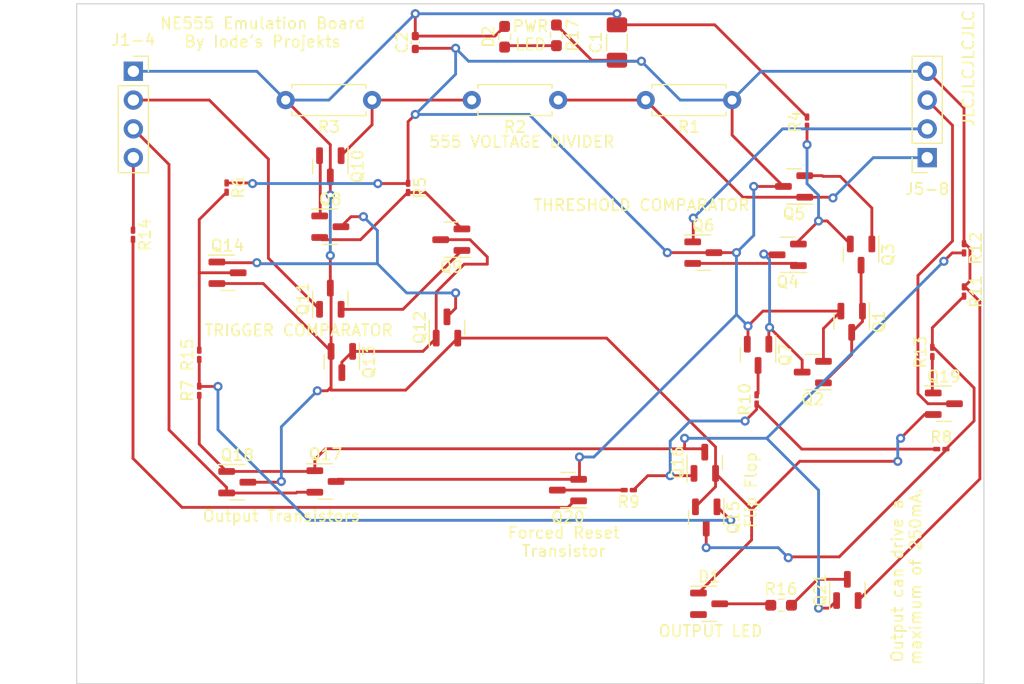
<source format=kicad_pcb>
(kicad_pcb (version 20211014) (generator pcbnew)
  (layers (0 "F.Cu" signal) (31 "B.Cu" signal) (34 "B.Paste" user) (35 "F.Paste" user) (36 "B.SilkS" user "B.Silkscreen") (37 "F.SilkS" user "F.Silkscreen") (38 "B.Mask" user) (39 "F.Mask" user) (44 "Edge.Cuts" user))
  (net 0 "")
  (net 1 "VCC")
  (net 2 "GND")
  (net 3 "TRIG")
  (net 4 "OUT")
  (net 5 "RESET")
  (net 6 "CONT")
  (net 7 "THRES")
  (net 8 "DSCH")
  (net 9 "Net-(Q1-Pad1)")
  (net 10 "Net-(Q2-Pad2)")
  (net 11 "Net-(Q3-Pad1)")
  (net 12 "Net-(Q3-Pad3)")
  (net 13 "Net-(Q4-Pad1)")
  (net 14 "RST")
  (net 15 "Net-(Q12-Pad2)")
  (net 16 "Net-(Q8-Pad2)")
  (net 17 "Net-(Q10-Pad2)")
  (net 18 "Net-(Q12-Pad1)")
  (net 19 "Net-(Q11-Pad2)")
  (net 20 "Net-(Q10-Pad3)")
  (net 21 "Net-(Q14-Pad2)")
  (net 22 "Net-(Q15-Pad1)")
  (net 23 "Net-(Q15-Pad2)")
  (net 24 "Net-(Q16-Pad1)")
  (net 25 "Net-(Q16-Pad2)")
  (net 26 "Net-(Q19-Pad1)")
  (net 27 "Net-(Q20-Pad1)")
  (net 28 "Net-(Q20-Pad3)")
  (net 29 "Net-(D1-Pad3)")
  (net 30 "Net-(D2-Pad1)")
  (net 31 "Net-(Q21-Pad1)")
  (footprint "Footprints:SOT-23-BCE" (layer "F.Cu") (at 175.387 95.504 90)
    (fp_text reference "Q16" (at 0 -2.4 90) (layer "F.SilkS"))
    (fp_text value "Q_NPN_BCE")
    (pad "1" smd roundrect (at -0.9375 -0.95 90) (size 1.475 0.6) (layers "F.Cu" "F.Paste" "F.Mask") (net 24 "Net-(Q16-Pad1)"))
    (pad "2" smd roundrect (at 0.9375 0 90) (size 1.475 0.6) (layers "F.Cu" "F.Paste" "F.Mask") (net 25 "Net-(Q16-Pad2)"))
    (pad "3" smd roundrect (at -0.9375 0.95 90) (size 1.475 0.6) (layers "F.Cu" "F.Paste" "F.Mask") (net 2 "GND"))
  )
  (footprint "Capacitor_SMD:C_0402_1005Metric_Pad0.74x0.62mm_HandSolder" (layer "F.Cu") (at 149.86 58.42 90)
    (fp_text reference "C2" (at 0 -1.16 90) (layer "F.SilkS"))
    (fp_text value "10nf")
    (pad "1" smd roundrect (at -0.5675 0 90) (size 0.735 0.62) (layers "F.Cu" "F.Paste" "F.Mask") (net 1 "VCC"))
    (pad "2" smd roundrect (at 0.5675 0 90) (size 0.735 0.62) (layers "F.Cu" "F.Paste" "F.Mask") (net 2 "GND"))
  )
  (footprint "Resistor_SMD:R_0603_1608Metric_Pad0.98x0.95mm_HandSolder" (layer "F.Cu") (at 182.118 108.077)
    (fp_text reference "R16" (at 0 -1.43) (layer "F.SilkS"))
    (fp_text value "160")
    (pad "1" smd roundrect (at -0.9125 0) (size 0.975 0.95) (layers "F.Cu" "F.Paste" "F.Mask") (net 29 "Net-(D1-Pad3)"))
    (pad "2" smd roundrect (at 0.9125 0) (size 0.975 0.95) (layers "F.Cu" "F.Paste" "F.Mask") (net 31 "Net-(Q21-Pad1)"))
  )
  (footprint "Connector_PinSocket_2.54mm:PinSocket_1x04_P2.54mm_Vertical" (layer "F.Cu") (at 125 60.96)
    (fp_text reference "J1-4" (at 0 -2.77) (layer "F.SilkS"))
    (fp_text value "Screw_Terminal_01x04")
    (pad "1" thru_hole rect (at 0 0) (size 1.7 1.7) (drill 1) (layers *.Cu *.Mask) (net 2 "GND"))
    (pad "2" thru_hole oval (at 0 2.54) (size 1.7 1.7) (drill 1) (layers *.Cu *.Mask) (net 3 "TRIG"))
    (pad "3" thru_hole oval (at 0 5.08) (size 1.7 1.7) (drill 1) (layers *.Cu *.Mask) (net 4 "OUT"))
    (pad "4" thru_hole oval (at 0 7.62) (size 1.7 1.7) (drill 1) (layers *.Cu *.Mask) (net 5 "RESET"))
  )
  (footprint "Footprints:SOT-23-CEB" (layer "F.Cu") (at 163.322 97.917 180)
    (fp_text reference "Q20" (at 0 -2.4) (layer "F.SilkS"))
    (fp_text value "Q_PNP_CEB")
    (pad "1" smd roundrect (at 0.9375 0 180) (size 1.475 0.6) (layers "F.Cu" "F.Paste" "F.Mask") (net 27 "Net-(Q20-Pad1)"))
    (pad "2" smd roundrect (at -0.9375 0.95 180) (size 1.475 0.6) (layers "F.Cu" "F.Paste" "F.Mask") (net 1 "VCC"))
    (pad "3" smd roundrect (at -0.9375 -0.95 180) (size 1.475 0.6) (layers "F.Cu" "F.Paste" "F.Mask") (net 28 "Net-(Q20-Pad3)"))
  )
  (footprint "Footprints:SOT-23-BCE" (layer "F.Cu") (at 141.9375 97.155)
    (fp_text reference "Q17" (at 0 -2.4) (layer "F.SilkS"))
    (fp_text value "Q_NPN_BCE")
    (pad "1" smd roundrect (at -0.9375 -0.95) (size 1.475 0.6) (layers "F.Cu" "F.Paste" "F.Mask") (net 25 "Net-(Q16-Pad2)"))
    (pad "2" smd roundrect (at 0.9375 0) (size 1.475 0.6) (layers "F.Cu" "F.Paste" "F.Mask") (net 1 "VCC"))
    (pad "3" smd roundrect (at -0.9375 0.95) (size 1.475 0.6) (layers "F.Cu" "F.Paste" "F.Mask") (net 4 "OUT"))
  )
  (footprint "Resistor_SMD:R_0201_0603Metric_Pad0.64x0.40mm_HandSolder" (layer "F.Cu") (at 198.247 76.581 -90)
    (fp_text reference "R12" (at 0 -1.05 90) (layer "F.SilkS"))
    (fp_text value "1k")
    (pad "1" smd roundrect (at -0.4075 0 270) (size 0.635 0.4) (layers "F.Cu" "F.Mask") (net 1 "VCC"))
    (pad "2" smd roundrect (at 0.4075 0 270) (size 0.635 0.4) (layers "F.Cu" "F.Mask") (net 25 "Net-(Q16-Pad2)"))
  )
  (footprint "Footprints:SOT-23-BCE" (layer "F.Cu") (at 184.912 87.503 180)
    (fp_text reference "Q2" (at 0 -2.4) (layer "F.SilkS"))
    (fp_text value "Q_PNP_BCE")
    (pad "1" smd roundrect (at -0.9375 -0.95 180) (size 1.475 0.6) (layers "F.Cu" "F.Paste" "F.Mask") (net 9 "Net-(Q1-Pad1)"))
    (pad "2" smd roundrect (at 0.9375 0 180) (size 1.475 0.6) (layers "F.Cu" "F.Paste" "F.Mask") (net 10 "Net-(Q2-Pad2)"))
    (pad "3" smd roundrect (at -0.9375 0.95 180) (size 1.475 0.6) (layers "F.Cu" "F.Paste" "F.Mask") (net 1 "VCC"))
  )
  (footprint "Resistor_SMD:R_0201_0603Metric_Pad0.64x0.40mm_HandSolder" (layer "F.Cu") (at 195.453 85.725 90)
    (fp_text reference "R13" (at 0 -1.05 90) (layer "F.SilkS"))
    (fp_text value "5k")
    (pad "1" smd roundrect (at -0.4075 0 90) (size 0.635 0.4) (layers "F.Cu" "F.Mask") (net 26 "Net-(Q19-Pad1)"))
    (pad "2" smd roundrect (at 0.4075 0 90) (size 0.635 0.4) (layers "F.Cu" "F.Mask") (net 23 "Net-(Q15-Pad2)"))
  )
  (footprint "Footprints:SOT-23-CEB" (layer "F.Cu") (at 134.1605 97.221)
    (fp_text reference "Q18" (at 0 -2.4) (layer "F.SilkS"))
    (fp_text value "Q_PNP_CEB")
    (pad "1" smd roundrect (at 0.9375 0) (size 1.475 0.6) (layers "F.Cu" "F.Paste" "F.Mask") (net 2 "GND"))
    (pad "2" smd roundrect (at -0.9375 0.95) (size 1.475 0.6) (layers "F.Cu" "F.Paste" "F.Mask") (net 4 "OUT"))
    (pad "3" smd roundrect (at -0.9375 -0.95) (size 1.475 0.6) (layers "F.Cu" "F.Paste" "F.Mask") (net 25 "Net-(Q16-Pad2)"))
  )
  (footprint "Connector_PinSocket_2.54mm:PinSocket_1x04_P2.54mm_Vertical" (layer "F.Cu") (at 195 68.58 180)
    (fp_text reference "J5-8" (at 0 -2.77) (layer "F.SilkS"))
    (fp_text value "Screw_Terminal_01x04")
    (pad "1" thru_hole rect (at 0 0 180) (size 1.7 1.7) (drill 1) (layers *.Cu *.Mask) (net 6 "CONT"))
    (pad "2" thru_hole oval (at 0 2.54 180) (size 1.7 1.7) (drill 1) (layers *.Cu *.Mask) (net 7 "THRES"))
    (pad "3" thru_hole oval (at 0 5.08 180) (size 1.7 1.7) (drill 1) (layers *.Cu *.Mask) (net 8 "DSCH"))
    (pad "4" thru_hole oval (at 0 7.62 180) (size 1.7 1.7) (drill 1) (layers *.Cu *.Mask) (net 1 "VCC"))
  )
  (footprint "Resistor_SMD:R_0201_0603Metric_Pad0.64x0.40mm_HandSolder" (layer "F.Cu") (at 124.968 75.385 -90)
    (fp_text reference "R14" (at 0 -1.05 90) (layer "F.SilkS"))
    (fp_text value "1k")
    (pad "1" smd roundrect (at -0.4075 0 270) (size 0.635 0.4) (layers "F.Cu" "F.Mask") (net 5 "RESET"))
    (pad "2" smd roundrect (at 0.4075 0 270) (size 0.635 0.4) (layers "F.Cu" "F.Mask") (net 28 "Net-(Q20-Pad3)"))
  )
  (footprint "Footprints:SOT-23-BCE" (layer "F.Cu") (at 175.26 76.962)
    (fp_text reference "Q6" (at 0 -2.4) (layer "F.SilkS"))
    (fp_text value "Q_NPN_BCE")
    (pad "1" smd roundrect (at -0.9375 -0.95) (size 1.475 0.6) (layers "F.Cu" "F.Paste" "F.Mask") (net 7 "THRES"))
    (pad "2" smd roundrect (at 0.9375 0) (size 1.475 0.6) (layers "F.Cu" "F.Paste" "F.Mask") (net 1 "VCC"))
    (pad "3" smd roundrect (at -0.9375 0.95) (size 1.475 0.6) (layers "F.Cu" "F.Paste" "F.Mask") (net 13 "Net-(Q4-Pad1)"))
  )
  (footprint "Footprints:SOT-23-BCE" (layer "F.Cu") (at 189.169 77.1375 -90)
    (fp_text reference "Q3" (at 0 -2.4 90) (layer "F.SilkS"))
    (fp_text value "Q_NPN_BCE")
    (pad "1" smd roundrect (at -0.9375 -0.95 270) (size 1.475 0.6) (layers "F.Cu" "F.Paste" "F.Mask") (net 11 "Net-(Q3-Pad1)"))
    (pad "2" smd roundrect (at 0.9375 0 270) (size 1.475 0.6) (layers "F.Cu" "F.Paste" "F.Mask") (net 9 "Net-(Q1-Pad1)"))
    (pad "3" smd roundrect (at -0.9375 0.95 270) (size 1.475 0.6) (layers "F.Cu" "F.Paste" "F.Mask") (net 12 "Net-(Q3-Pad3)"))
  )
  (footprint "Footprints:SOT-23-BCE" (layer "F.Cu") (at 175.514 100.33 -90)
    (fp_text reference "Q15" (at 0 -2.4 90) (layer "F.SilkS"))
    (fp_text value "Q_NPN_BCE")
    (pad "1" smd roundrect (at -0.9375 -0.95 270) (size 1.475 0.6) (layers "F.Cu" "F.Paste" "F.Mask") (net 22 "Net-(Q15-Pad1)"))
    (pad "2" smd roundrect (at 0.9375 0 270) (size 1.475 0.6) (layers "F.Cu" "F.Paste" "F.Mask") (net 23 "Net-(Q15-Pad2)"))
    (pad "3" smd roundrect (at -0.9375 0.95 270) (size 1.475 0.6) (layers "F.Cu" "F.Paste" "F.Mask") (net 2 "GND"))
  )
  (footprint "Footprints:SOT-23-CEB" (layer "F.Cu") (at 142.367 81.026 90)
    (fp_text reference "Q11" (at 0 -2.4 90) (layer "F.SilkS"))
    (fp_text value "Q_PNP_CEB")
    (pad "1" smd roundrect (at 0.9375 0 90) (size 1.475 0.6) (layers "F.Cu" "F.Paste" "F.Mask") (net 2 "GND"))
    (pad "2" smd roundrect (at -0.9375 0.95 90) (size 1.475 0.6) (layers "F.Cu" "F.Paste" "F.Mask") (net 19 "Net-(Q11-Pad2)"))
    (pad "3" smd roundrect (at -0.9375 -0.95 90) (size 1.475 0.6) (layers "F.Cu" "F.Paste" "F.Mask") (net 3 "TRIG"))
  )
  (footprint "Capacitor_SMD:C_1206_3216Metric_Pad1.33x1.80mm_HandSolder" (layer "F.Cu") (at 167.64 58.42 90)
    (fp_text reference "C1" (at 0 -1.85 90) (layer "F.SilkS"))
    (fp_text value "100uf")
    (pad "1" smd roundrect (at -1.5625 0 90) (size 1.325 1.8) (layers "F.Cu" "F.Paste" "F.Mask") (roundrect_rratio 0.188679) (net 1 "VCC"))
    (pad "2" smd roundrect (at 1.5625 0 90) (size 1.325 1.8) (layers "F.Cu" "F.Paste" "F.Mask") (roundrect_rratio 0.188679) (net 2 "GND"))
  )
  (footprint "Resistor_THT:R_Axial_DIN0207_L6.3mm_D2.5mm_P7.62mm_Horizontal" (layer "F.Cu") (at 162.46 63.5 180)
    (fp_text reference "R2" (at 3.81 -2.37) (layer "F.SilkS"))
    (fp_text value "5k")
    (pad "1" thru_hole circle (at 0 0 180) (size 1.6 1.6) (drill 0.8) (layers *.Cu *.Mask) (net 6 "CONT"))
    (pad "2" thru_hole oval (at 7.62 0 180) (size 1.6 1.6) (drill 0.8) (layers *.Cu *.Mask) (net 20 "Net-(Q10-Pad3)"))
  )
  (footprint "Footprints:SOT-23-BCE" (layer "F.Cu") (at 188.341 83.058 -90)
    (fp_text reference "Q1" (at 0 -2.4 90) (layer "F.SilkS"))
    (fp_text value "Q_PNP_BCE")
    (pad "1" smd roundrect (at -0.9375 -0.95 270) (size 1.475 0.6) (layers "F.Cu" "F.Paste" "F.Mask") (net 9 "Net-(Q1-Pad1)"))
    (pad "2" smd roundrect (at 0.9375 0 270) (size 1.475 0.6) (layers "F.Cu" "F.Paste" "F.Mask") (net 9 "Net-(Q1-Pad1)"))
    (pad "3" smd roundrect (at -0.9375 0.95 270) (size 1.475 0.6) (layers "F.Cu" "F.Paste" "F.Mask") (net 1 "VCC"))
  )
  (footprint "Footprints:SOT-23-BCE" (layer "F.Cu") (at 180.086 85.979 -90)
    (fp_text reference "Q7" (at 0 -2.4 90) (layer "F.SilkS"))
    (fp_text value "Q_PNP_BCE")
    (pad "1" smd roundrect (at -0.9375 -0.95 270) (size 1.475 0.6) (layers "F.Cu" "F.Paste" "F.Mask") (net 10 "Net-(Q2-Pad2)"))
    (pad "2" smd roundrect (at 0.9375 0 270) (size 1.475 0.6) (layers "F.Cu" "F.Paste" "F.Mask") (net 14 "RST"))
    (pad "3" smd roundrect (at -0.9375 0.95 270) (size 1.475 0.6) (layers "F.Cu" "F.Paste" "F.Mask") (net 1 "VCC"))
  )
  (footprint "Package_TO_SOT_SMD:SOT-23" (layer "F.Cu") (at 175.768 107.95)
    (fp_text reference "D1" (at 0 -2.4) (layer "F.SilkS"))
    (fp_text value "Green LED")
    (pad "1" smd roundrect (at -0.9375 -0.95) (size 1.475 0.6) (layers "F.Cu" "F.Paste" "F.Mask") (net 2 "GND"))
    (pad "2" smd roundrect (at -0.9375 0.95) (size 1.475 0.6) (layers "F.Cu" "F.Paste" "F.Mask"))
    (pad "3" smd roundrect (at 0.9375 0) (size 1.475 0.6) (layers "F.Cu" "F.Paste" "F.Mask") (net 29 "Net-(D1-Pad3)"))
  )
  (footprint "Footprints:SOT-23-CEB" (layer "F.Cu") (at 142.367 69.342 -90)
    (fp_text reference "Q10" (at 0 -2.4 90) (layer "F.SilkS"))
    (fp_text value "Q_PNP_CEB")
    (pad "1" smd roundrect (at 0.9375 0 270) (size 1.475 0.6) (layers "F.Cu" "F.Paste" "F.Mask") (net 2 "GND"))
    (pad "2" smd roundrect (at -0.9375 0.95 270) (size 1.475 0.6) (layers "F.Cu" "F.Paste" "F.Mask") (net 17 "Net-(Q10-Pad2)"))
    (pad "3" smd roundrect (at -0.9375 -0.95 270) (size 1.475 0.6) (layers "F.Cu" "F.Paste" "F.Mask") (net 20 "Net-(Q10-Pad3)"))
  )
  (footprint "Resistor_SMD:R_0201_0603Metric_Pad0.64x0.40mm_HandSolder" (layer "F.Cu") (at 133.223 71.2205 -90)
    (fp_text reference "R6" (at 0 -1.05 90) (layer "F.SilkS"))
    (fp_text value "5k")
    (pad "1" smd roundrect (at -0.4075 0 270) (size 0.635 0.4) (layers "F.Cu" "F.Mask") (net 1 "VCC"))
    (pad "2" smd roundrect (at 0.4075 0 270) (size 0.635 0.4) (layers "F.Cu" "F.Mask") (net 21 "Net-(Q14-Pad2)"))
  )
  (footprint "Footprints:SOT-23-BCE" (layer "F.Cu") (at 182.7045 77.155 180)
    (fp_text reference "Q4" (at 0 -2.4) (layer "F.SilkS"))
    (fp_text value "Q_NPN_BCE")
    (pad "1" smd roundrect (at -0.9375 -0.95 180) (size 1.475 0.6) (layers "F.Cu" "F.Paste" "F.Mask") (net 13 "Net-(Q4-Pad1)"))
    (pad "2" smd roundrect (at 0.9375 0 180) (size 1.475 0.6) (layers "F.Cu" "F.Paste" "F.Mask") (net 10 "Net-(Q2-Pad2)"))
    (pad "3" smd roundrect (at -0.9375 0.95 180) (size 1.475 0.6) (layers "F.Cu" "F.Paste" "F.Mask") (net 12 "Net-(Q3-Pad3)"))
  )
  (footprint "Footprints:SOT-23-CEB" (layer "F.Cu") (at 142.367 74.676)
    (fp_text reference "Q8" (at 0 -2.4) (layer "F.SilkS"))
    (fp_text value "Q_PNP_CEB")
    (pad "1" smd roundrect (at 0.9375 0) (size 1.475 0.6) (layers "F.Cu" "F.Paste" "F.Mask") (net 15 "Net-(Q12-Pad2)"))
    (pad "2" smd roundrect (at -0.9375 0.95) (size 1.475 0.6) (layers "F.Cu" "F.Paste" "F.Mask") (net 16 "Net-(Q8-Pad2)"))
    (pad "3" smd roundrect (at -0.9375 -0.95) (size 1.475 0.6) (layers "F.Cu" "F.Paste" "F.Mask") (net 17 "Net-(Q10-Pad2)"))
  )
  (footprint "Footprints:SOT-23-BCE" (layer "F.Cu") (at 152.654 83.566 90)
    (fp_text reference "Q12" (at 0 -2.4 90) (layer "F.SilkS"))
    (fp_text value "Q_NPN_BCE")
    (pad "1" smd roundrect (at -0.9375 -0.95 90) (size 1.475 0.6) (layers "F.Cu" "F.Paste" "F.Mask") (net 18 "Net-(Q12-Pad1)"))
    (pad "2" smd roundrect (at 0.9375 0 90) (size 1.475 0.6) (layers "F.Cu" "F.Paste" "F.Mask") (net 15 "Net-(Q12-Pad2)"))
    (pad "3" smd roundrect (at -0.9375 0.95 90) (size 1.475 0.6) (layers "F.Cu" "F.Paste" "F.Mask") (net 2 "GND"))
  )
  (footprint "Footprints:SOT-23-BCE" (layer "F.Cu") (at 143.383 86.614 -90)
    (fp_text reference "Q13" (at 0 -2.4 90) (layer "F.SilkS"))
    (fp_text value "Q_NPN_BCE")
    (pad "1" smd roundrect (at -0.9375 -0.95 270) (size 1.475 0.6) (layers "F.Cu" "F.Paste" "F.Mask") (net 18 "Net-(Q12-Pad1)"))
    (pad "2" smd roundrect (at 0.9375 0 270) (size 1.475 0.6) (layers "F.Cu" "F.Paste" "F.Mask") (net 18 "Net-(Q12-Pad1)"))
    (pad "3" smd roundrect (at -0.9375 0.95 270) (size 1.475 0.6) (layers "F.Cu" "F.Paste" "F.Mask") (net 2 "GND"))
  )
  (footprint "Resistor_SMD:R_0201_0603Metric_Pad0.64x0.40mm_HandSolder" (layer "F.Cu") (at 196.2415 94.299)
    (fp_text reference "R8" (at 0 -1.05) (layer "F.SilkS"))
    (fp_text value "5k")
    (pad "1" smd roundrect (at -0.4075 0) (size 0.635 0.4) (layers "F.Cu" "F.Mask") (net 24 "Net-(Q16-Pad1)"))
    (pad "2" smd roundrect (at 0.4075 0) (size 0.635 0.4) (layers "F.Cu" "F.Mask") (net 23 "Net-(Q15-Pad2)"))
  )
  (footprint "Resistor_SMD:R_0201_0603Metric_Pad0.64x0.40mm_HandSolder" (layer "F.Cu") (at 198.247 80.391 -90)
    (fp_text reference "R11" (at 0 -1.05 90) (layer "F.SilkS"))
    (fp_text value "1k")
    (pad "1" smd roundrect (at -0.4075 0 270) (size 0.635 0.4) (layers "F.Cu" "F.Mask") (net 1 "VCC"))
    (pad "2" smd roundrect (at 0.4075 0 270) (size 0.635 0.4) (layers "F.Cu" "F.Mask") (net 23 "Net-(Q15-Pad2)"))
  )
  (footprint "Footprints:SOT-23-CEB" (layer "F.Cu") (at 153.035 75.819 180)
    (fp_text reference "Q9" (at 0 -2.4) (layer "F.SilkS"))
    (fp_text value "Q_PNP_CEB")
    (pad "1" smd roundrect (at 0.9375 0 180) (size 1.475 0.6) (layers "F.Cu" "F.Paste" "F.Mask") (net 18 "Net-(Q12-Pad1)"))
    (pad "2" smd roundrect (at -0.9375 0.95 180) (size 1.475 0.6) (layers "F.Cu" "F.Paste" "F.Mask") (net 16 "Net-(Q8-Pad2)"))
    (pad "3" smd roundrect (at -0.9375 -0.95 180) (size 1.475 0.6) (layers "F.Cu" "F.Paste" "F.Mask") (net 19 "Net-(Q11-Pad2)"))
  )
  (footprint "Resistor_SMD:R_0603_1608Metric_Pad0.98x0.95mm_HandSolder" (layer "F.Cu") (at 162.306 57.785 -90)
    (fp_text reference "R17" (at 0 -1.43 90) (layer "F.SilkS"))
    (fp_text value "160")
    (pad "1" smd roundrect (at -0.9125 0 270) (size 0.975 0.95) (layers "F.Cu" "F.Paste" "F.Mask") (net 1 "VCC"))
    (pad "2" smd roundrect (at 0.9125 0 270) (size 0.975 0.95) (layers "F.Cu" "F.Paste" "F.Mask") (net 30 "Net-(D2-Pad1)"))
  )
  (footprint "Footprints:SOT-23-BCE" (layer "F.Cu") (at 196.469 90.297)
    (fp_text reference "Q19" (at 0 -2.4) (layer "F.SilkS"))
    (fp_text value "Q_NPN_BCE")
    (pad "1" smd roundrect (at -0.9375 -0.95) (size 1.475 0.6) (layers "F.Cu" "F.Paste" "F.Mask") (net 26 "Net-(Q19-Pad1)"))
    (pad "2" smd roundrect (at 0.9375 0) (size 1.475 0.6) (layers "F.Cu" "F.Paste" "F.Mask") (net 8 "DSCH"))
    (pad "3" smd roundrect (at -0.9375 0.95) (size 1.475 0.6) (layers "F.Cu" "F.Paste" "F.Mask") (net 2 "GND"))
  )
  (footprint "Footprints:SOT-23-CEB" (layer "F.Cu") (at 187.96 106.7285 90)
    (fp_text reference "Q21" (at 0 -2.4 90) (layer "F.SilkS"))
    (fp_text value "Q_PNP_CEB")
    (pad "1" smd roundrect (at 0.9375 0 90) (size 1.475 0.6) (layers "F.Cu" "F.Paste" "F.Mask") (net 31 "Net-(Q21-Pad1)"))
    (pad "2" smd roundrect (at -0.9375 0.95 90) (size 1.475 0.6) (layers "F.Cu" "F.Paste" "F.Mask") (net 1 "VCC"))
    (pad "3" smd roundrect (at -0.9375 -0.95 90) (size 1.475 0.6) (layers "F.Cu" "F.Paste" "F.Mask") (net 25 "Net-(Q16-Pad2)"))
  )
  (footprint "Resistor_SMD:R_0201_0603Metric_Pad0.64x0.40mm_HandSolder" (layer "F.Cu") (at 168.6825 97.917 180)
    (fp_text reference "R9" (at 0 -1.05) (layer "F.SilkS"))
    (fp_text value "5k")
    (pad "1" smd roundrect (at -0.4075 0 180) (size 0.635 0.4) (layers "F.Cu" "F.Mask") (net 24 "Net-(Q16-Pad1)"))
    (pad "2" smd roundrect (at 0.4075 0 180) (size 0.635 0.4) (layers "F.Cu" "F.Mask") (net 27 "Net-(Q20-Pad1)"))
  )
  (footprint "Resistor_THT:R_Axial_DIN0207_L6.3mm_D2.5mm_P7.62mm_Horizontal" (layer "F.Cu") (at 146.05 63.5 180)
    (fp_text reference "R3" (at 3.81 -2.37) (layer "F.SilkS"))
    (fp_text value "5k")
    (pad "1" thru_hole circle (at 0 0 180) (size 1.6 1.6) (drill 0.8) (layers *.Cu *.Mask) (net 20 "Net-(Q10-Pad3)"))
    (pad "2" thru_hole oval (at 7.62 0 180) (size 1.6 1.6) (drill 0.8) (layers *.Cu *.Mask) (net 2 "GND"))
  )
  (footprint "Resistor_SMD:R_0201_0603Metric_Pad0.64x0.40mm_HandSolder" (layer "F.Cu") (at 130.81 85.979 90)
    (fp_text reference "R15" (at 0 -1.05 90) (layer "F.SilkS"))
    (fp_text value "5k")
    (pad "1" smd roundrect (at -0.4075 0 90) (size 0.635 0.4) (layers "F.Cu" "F.Mask") (net 22 "Net-(Q15-Pad1)"))
    (pad "2" smd roundrect (at 0.4075 0 90) (size 0.635 0.4) (layers "F.Cu" "F.Mask") (net 21 "Net-(Q14-Pad2)"))
  )
  (footprint "Resistor_SMD:R_0201_0603Metric_Pad0.64x0.40mm_HandSolder" (layer "F.Cu") (at 184.404 65.405 90)
    (fp_text reference "R4" (at 0 -1.05 90) (layer "F.SilkS"))
    (fp_text value "10k")
    (pad "1" smd roundrect (at -0.4075 0 90) (size 0.635 0.4) (layers "F.Cu" "F.Mask") (net 12 "Net-(Q3-Pad3)"))
    (pad "2" smd roundrect (at 0.4075 0 90) (size 0.635 0.4) (layers "F.Cu" "F.Mask") (net 2 "GND"))
  )
  (footprint "Resistor_SMD:R_0603_1608Metric_Pad0.98x0.95mm_HandSolder" (layer "F.Cu") (at 157.734 57.912 90)
    (fp_text reference "D2" (at 0 -1.43 90) (layer "F.SilkS"))
    (fp_text value "Red LED")
    (pad "1" smd roundrect (at -0.9125 0 90) (size 0.975 0.95) (layers "F.Cu" "F.Paste" "F.Mask") (net 30 "Net-(D2-Pad1)"))
    (pad "2" smd roundrect (at 0.9125 0 90) (size 0.975 0.95) (layers "F.Cu" "F.Paste" "F.Mask") (net 2 "GND"))
  )
  (footprint "Resistor_SMD:R_0201_0603Metric_Pad0.64x0.40mm_HandSolder" (layer "F.Cu") (at 179.959 89.916 90)
    (fp_text reference "R10" (at 0 -1.05 90) (layer "F.SilkS"))
    (fp_text value "5k")
    (pad "1" smd roundrect (at -0.4075 0 90) (size 0.635 0.4) (layers "F.Cu" "F.Mask") (net 24 "Net-(Q16-Pad1)"))
    (pad "2" smd roundrect (at 0.4075 0 90) (size 0.635 0.4) (layers "F.Cu" "F.Mask") (net 14 "RST"))
  )
  (footprint "Resistor_THT:R_Axial_DIN0207_L6.3mm_D2.5mm_P7.62mm_Horizontal" (layer "F.Cu") (at 177.8 63.5 180)
    (fp_text reference "R1" (at 3.81 -2.37) (layer "F.SilkS"))
    (fp_text value "5k")
    (pad "1" thru_hole circle (at 0 0 180) (size 1.6 1.6) (drill 0.8) (layers *.Cu *.Mask) (net 1 "VCC"))
    (pad "2" thru_hole oval (at 7.62 0 180) (size 1.6 1.6) (drill 0.8) (layers *.Cu *.Mask) (net 6 "CONT"))
  )
  (footprint "Resistor_SMD:R_0201_0603Metric_Pad0.64x0.40mm_HandSolder" (layer "F.Cu") (at 149.225 71.247 -90)
    (fp_text reference "R5" (at 0 -1.05 90) (layer "F.SilkS"))
    (fp_text value "10k")
    (pad "1" smd roundrect (at -0.4075 0 270) (size 0.635 0.4) (layers "F.Cu" "F.Mask") (net 1 "VCC"))
    (pad "2" smd roundrect (at 0.4075 0 270) (size 0.635 0.4) (layers "F.Cu" "F.Mask") (net 16 "Net-(Q8-Pad2)"))
  )
  (footprint "Footprints:SOT-23-BCE" (layer "F.Cu") (at 133.3015 78.74)
    (fp_text reference "Q14" (at 0 -2.4) (layer "F.SilkS"))
    (fp_text value "Q_NPN_BCE")
    (pad "1" smd roundrect (at -0.9375 -0.95) (size 1.475 0.6) (layers "F.Cu" "F.Paste" "F.Mask") (net 15 "Net-(Q12-Pad2)"))
    (pad "2" smd roundrect (at 0.9375 0) (size 1.475 0.6) (layers "F.Cu" "F.Paste" "F.Mask") (net 21 "Net-(Q14-Pad2)"))
    (pad "3" smd roundrect (at -0.9375 0.95) (size 1.475 0.6) (layers "F.Cu" "F.Paste" "F.Mask") (net 2 "GND"))
  )
  (footprint "Footprints:SOT-23-BCE" (layer "F.Cu") (at 183.261 71.12 180)
    (fp_text reference "Q5" (at 0 -2.4) (layer "F.SilkS"))
    (fp_text value "Q_NPN_BCE")
    (pad "1" smd roundrect (at -0.9375 -0.95 180) (size 1.475 0.6) (layers "F.Cu" "F.Paste" "F.Mask") (net 6 "CONT"))
    (pad "2" smd roundrect (at 0.9375 0 180) (size 1.475 0.6) (layers "F.Cu" "F.Paste" "F.Mask") (net 1 "VCC"))
    (pad "3" smd roundrect (at -0.9375 0.95 180) (size 1.475 0.6) (layers "F.Cu" "F.Paste" "F.Mask") (net 11 "Net-(Q3-Pad1)"))
  )
  (footprint "Resistor_SMD:R_0201_0603Metric_Pad0.64x0.40mm_HandSolder" (layer "F.Cu") (at 130.81 89.154 90)
    (fp_text reference "R7" (at 0 -1.05 90) (layer "F.SilkS"))
    (fp_text value "5k")
    (pad "1" smd roundrect (at -0.4075 0 90) (size 0.635 0.4) (layers "F.Cu" "F.Mask") (net 25 "Net-(Q16-Pad2)"))
    (pad "2" smd roundrect (at 0.4075 0 90) (size 0.635 0.4) (layers "F.Cu" "F.Mask") (net 22 "Net-(Q15-Pad1)"))
  )
  (gr_rect (start 200 55) (end 120 115) (layer "Edge.Cuts") (width 0.1) (fill none))
  (gr_text "Forced Reset\nTransistor" (at 162.941 102.489) (layer "F.SilkS") (effects (font (size 1 1))))
  (gr_text "OUTPUT LED\n" (at 175.895 110.363) (layer "F.SilkS") (effects (font (size 1 1))))
  (gr_text "Output Transistors" (at 138.049 100.203) (layer "F.SilkS") (effects (font (size 1 1))))
  (gr_text "Output can drive a \nmaximum of 250mA." (at 193.167 105.537 90) (layer "F.SilkS") (effects (font (size 1 1))))
  (gr_text "JLCJLCJLCJLC" (at 198.628 60.706 90) (layer "F.SilkS") (effects (font (size 1 1))))
  (gr_text "555 VOLTAGE DIVIDER\n" (at 159.258 67.183) (layer "F.SilkS") (effects (font (size 1 1))))
  (gr_text "THRESHOLD COMPARATOR\n" (at 169.799 72.771) (layer "F.SilkS") (effects (font (size 1 1))))
  (gr_text "NE555 Emulation Board\nBy Iode's Projekts" (at 136.398 57.531) (layer "F.SilkS") (effects (font (size 1 1))))
  (gr_text "TRIGGER COMPARATOR\n" (at 139.573 83.82) (layer "F.SilkS") (effects (font (size 1 1))))
  (gr_text "PWR\nLED" (at 160.02 57.785) (layer "F.SilkS") (effects (font (size 1 1))))
  (gr_text "Flip Flop" (at 179.451 97.917 90) (layer "F.SilkS") (effects (font (size 1 1))))
  (segment (start 198.247 79.9835) (end 198.349861 79.9835) (width 0.25) (layer "F.Cu") (net 1))
  (segment (start 198.349861 76.1735) (end 198.247 76.1735) (width 0.25) (layer "F.Cu") (net 1))
  (segment (start 172.085 76.962) (end 176.1975 76.962) (width 0.25) (layer "F.Cu") (net 1))
  (segment (start 149.225 65.405) (end 149.86 64.77) (width 0.25) (layer "F.Cu") (net 1))
  (segment (start 149.1985 70.866) (end 146.558 70.866) (width 0.25) (layer "F.Cu") (net 1))
  (segment (start 133.223 70.813) (end 135.456 70.813) (width 0.25) (layer "F.Cu") (net 1))
  (segment (start 187.391 82.1205) (end 185.8495 83.662) (width 0.25) (layer "F.Cu") (net 1))
  (segment (start 198.247 64.207) (end 195 60.96) (width 0.25) (layer "F.Cu") (net 1))
  (segment (start 164.338 96.8885) (end 164.2595 96.967) (width 0.25) (layer "F.Cu") (net 1))
  (segment (start 153.416 58.928) (end 149.9195 58.928) (width 0.25) (layer "F.Cu") (net 1))
  (segment (start 164.2595 96.967) (end 143.063 96.967) (width 0.25) (layer "F.Cu") (net 1))
  (segment (start 178.181 76.962) (end 176.1975 76.962) (width 0.25) (layer "F.Cu") (net 1))
  (segment (start 182.3235 71.12) (end 179.705 71.12) (width 0.25) (layer "F.Cu") (net 1))
  (segment (start 182.3235 71.12) (end 177.8 66.5965) (width 0.25) (layer "F.Cu") (net 1))
  (segment (start 179.197 84.9805) (end 179.136 85.0415) (width 0.25) (layer "F.Cu") (net 1))
  (segment (start 149.9195 58.928) (end 149.86 58.9875) (width 0.25) (layer "F.Cu") (net 1))
  (segment (start 162.306 56.8725) (end 165.416 59.9825) (width 0.25) (layer "F.Cu") (net 1))
  (segment (start 198.77152 79.45898) (end 198.77152 76.595159) (width 0.25) (layer "F.Cu") (net 1))
  (segment (start 198.247 76.1735) (end 198.247 64.207) (width 0.25) (layer "F.Cu") (net 1))
  (segment (start 199.644 96.932) (end 188.91 107.666) (width 0.25) (layer "F.Cu") (net 1))
  (segment (start 198.349861 79.9835) (end 199.644 81.277639) (width 0.25) (layer "F.Cu") (net 1))
  (segment (start 198.247 79.9835) (end 198.77152 79.45898) (width 0.25) (layer "F.Cu") (net 1))
  (segment (start 169.799 60.071) (end 167.7285 60.071) (width 0.25) (layer "F.Cu") (net 1))
  (segment (start 199.644 81.277639) (end 199.644 96.932) (width 0.25) (layer "F.Cu") (net 1))
  (segment (start 167.7285 60.071) (end 167.64 59.9825) (width 0.25) (layer "F.Cu") (net 1))
  (segment (start 180.5155 82.1205) (end 179.197 83.439) (width 0.25) (layer "F.Cu") (net 1))
  (segment (start 143.063 96.967) (end 142.875 97.155) (width 0.25) (layer "F.Cu") (net 1))
  (segment (start 177.8 66.5965) (end 177.8 63.5) (width 0.25) (layer "F.Cu") (net 1))
  (segment (start 149.225 70.8395) (end 149.225 65.405) (width 0.25) (layer "F.Cu") (net 1))
  (segment (start 164.338 94.996) (end 164.338 96.8885) (width 0.25) (layer "F.Cu") (net 1))
  (segment (start 185.8495 83.662) (end 185.8495 86.553) (width 0.25) (layer "F.Cu") (net 1))
  (segment (start 165.416 59.9825) (end 167.64 59.9825) (width 0.25) (layer "F.Cu") (net 1))
  (segment (start 179.197 83.439) (end 179.197 84.9805) (width 0.25) (layer "F.Cu") (net 1))
  (segment (start 187.391 82.1205) (end 180.5155 82.1205) (width 0.25) (layer "F.Cu") (net 1))
  (segment (start 198.77152 76.595159) (end 198.349861 76.1735) (width 0.25) (layer "F.Cu") (net 1))
  (segment (start 149.225 70.8395) (end 149.1985 70.866) (width 0.25) (layer "F.Cu") (net 1))
  (segment (start 135.456 70.813) (end 135.509 70.866) (width 0.25) (layer "F.Cu") (net 1))
  (via (at 149.86 64.77) (size 0.8) (drill 0.4) (layers "F.Cu" "B.Cu") (net 1))
  (via (at 153.416 58.928) (size 0.8) (drill 0.4) (layers "F.Cu" "B.Cu") (net 1))
  (via (at 164.338 94.996) (size 0.8) (drill 0.4) (layers "F.Cu" "B.Cu") (net 1))
  (via (at 172.085 76.962) (size 0.8) (drill 0.4) (layers "F.Cu" "B.Cu") (net 1))
  (via (at 179.705 71.12) (size 0.8) (drill 0.4) (layers "F.Cu" "B.Cu") (net 1))
  (via (at 179.197 83.439) (size 0.8) (drill 0.4) (layers "F.Cu" "B.Cu") (net 1))
  (via (at 178.181 76.962) (size 0.8) (drill 0.4) (layers "F.Cu" "B.Cu") (net 1))
  (via (at 135.509 70.866) (size 0.8) (drill 0.4) (layers "F.Cu" "B.Cu") (net 1))
  (via (at 169.799 60.071) (size 0.8) (drill 0.4) (layers "F.Cu" "B.Cu") (net 1))
  (via (at 146.558 70.866) (size 0.8) (drill 0.4) (layers "F.Cu" "B.Cu") (net 1))
  (segment (start 149.86 64.77) (end 159.893 64.77) (width 0.25) (layer "B.Cu") (net 1))
  (segment (start 179.705 75.438) (end 178.181 76.962) (width 0.25) (layer "B.Cu") (net 1))
  (segment (start 179.705 71.12) (end 179.705 75.438) (width 0.25) (layer "B.Cu") (net 1))
  (segment (start 195 60.96) (end 180.34 60.96) (width 0.25) (layer "B.Cu") (net 1))
  (segment (start 135.509 70.866) (end 146.558 70.866) (width 0.25) (layer "B.Cu") (net 1))
  (segment (start 178.181 82.423) (end 165.608 94.996) (width 0.25) (layer "B.Cu") (net 1))
  (segment (start 180.34 60.96) (end 177.8 63.5) (width 0.25) (layer "B.Cu") (net 1))
  (segment (start 178.181 76.962) (end 178.181 82.423) (width 0.25) (layer "B.Cu") (net 1))
  (segment (start 169.799 60.071) (end 154.559 60.071) (width 0.25) (layer "B.Cu") (net 1))
  (segment (start 165.608 94.996) (end 164.338 94.996) (width 0.25) (layer "B.Cu") (net 1))
  (segment (start 154.559 60.071) (end 153.416 58.928) (width 0.25) (layer "B.Cu") (net 1))
  (segment (start 173.228 63.5) (end 169.799 60.071) (width 0.25) (layer "B.Cu") (net 1))
  (segment (start 178.181 82.423) (end 179.197 83.439) (width 0.25) (layer "B.Cu") (net 1))
  (segment (start 159.893 64.77) (end 172.085 76.962) (width 0.25) (layer "B.Cu") (net 1))
  (segment (start 149.86 64.77) (end 153.416 61.214) (width 0.25) (layer "B.Cu") (net 1))
  (segment (start 153.416 61.214) (end 153.416 58.928) (width 0.25) (layer "B.Cu") (net 1))
  (segment (start 177.8 63.5) (end 173.228 63.5) (width 0.25) (layer "B.Cu") (net 1))
  (segment (start 179.517 102.3135) (end 174.8305 107) (width 0.25) (layer "F.Cu") (net 2))
  (segment (start 176.337 97.6195) (end 174.564 99.3925) (width 0.25) (layer "F.Cu") (net 2))
  (segment (start 149.86 55.88) (end 149.86 57.8525) (width 0.25) (layer "F.Cu") (net 2))
  (segment (start 142.433 88.834) (end 142.433 89.093) (width 0.25) (layer "F.Cu") (net 2))
  (segment (start 141.224 89.154) (end 142.113 89.154) (width 0.25) (layer "F.Cu") (net 2))
  (segment (start 142.433 80.1545) (end 142.367 80.0885) (width 0.25) (layer "F.Cu") (net 2))
  (segment (start 156.881 57.8525) (end 157.734 56.9995) (width 0.25) (layer "F.Cu") (net 2))
  (segment (start 183.7615 95.377) (end 192.405 95.377) (width 0.25) (layer "F.Cu") (net 2))
  (segment (start 142.367 80.0885) (end 142.367 77.216) (width 0.25) (layer "F.Cu") (net 2))
  (segment (start 176.337 96.4415) (end 176.337 94.107928) (width 0.25) (layer "F.Cu") (net 2))
  (segment (start 142.433 85.6765) (end 142.433 88.834) (width 0.25) (layer "F.Cu") (net 2))
  (segment (start 176.264 56.8575) (end 167.64 56.8575) (width 0.25) (layer "F.Cu") (net 2))
  (segment (start 132.364 79.69) (end 136.4465 79.69) (width 0.25) (layer "F.Cu") (net 2))
  (segment (start 184.404 64.9975) (end 176.264 56.8575) (width 0.25) (layer "F.Cu") (net 2))
  (segment (start 142.367 67.437) (end 138.43 63.5) (width 0.25) (layer "F.Cu") (net 2))
  (segment (start 179.517 101.9325) (end 179.517 102.3135) (width 0.25) (layer "F.Cu") (net 2))
  (segment (start 176.337 96.4415) (end 176.337 97.6195) (width 0.25) (layer "F.Cu") (net 2))
  (segment (start 194.757 91.247) (end 195.5315 91.247) (width 0.25) (layer "F.Cu") (net 2))
  (segment (start 142.433 89.093) (end 149.0145 89.093) (width 0.25) (layer "F.Cu") (net 2))
  (segment (start 135.098 97.221) (end 137.983 97.221) (width 0.25) (layer "F.Cu") (net 2))
  (segment (start 136.4465 79.69) (end 142.433 85.6765) (width 0.25) (layer "F.Cu") (net 2))
  (segment (start 149.86 57.8525) (end 156.881 57.8525) (width 0.25) (layer "F.Cu") (net 2))
  (segment (start 167.64 55.88) (end 167.64 56.8575) (width 0.25) (layer "F.Cu") (net 2))
  (segment (start 179.517 99.6215) (end 183.7615 95.377) (width 0.25) (layer "F.Cu") (net 2))
  (segment (start 142.113 89.154) (end 142.433 88.834) (width 0.25) (layer "F.Cu") (net 2))
  (segment (start 137.983 97.221) (end 138.049 97.155) (width 0.25) (layer "F.Cu") (net 2))
  (segment (start 176.337 94.107928) (end 166.732572 84.5035) (width 0.25) (layer "F.Cu") (net 2))
  (segment (start 179.517 99.6215) (end 176.337 96.4415) (width 0.25) (layer "F.Cu") (net 2))
  (segment (start 192.659 93.345) (end 194.757 91.247) (width 0.25) (layer "F.Cu") (net 2))
  (segment (start 142.367 70.2795) (end 142.367 67.437) (width 0.25) (layer "F.Cu") (net 2))
  (segment (start 142.433 85.6765) (end 142.433 80.1545) (width 0.25) (layer "F.Cu") (net 2))
  (segment (start 142.367 71.882) (end 142.367 70.2795) (width 0.25) (layer "F.Cu") (net 2))
  (segment (start 149.0145 89.093) (end 153.604 84.5035) (width 0.25) (layer "F.Cu") (net 2))
  (segment (start 166.732572 84.5035) (end 153.604 84.5035) (width 0.25) (layer "F.Cu") (net 2))
  (segment (start 179.517 101.9325) (end 179.517 99.6215) (width 0.25) (layer "F.Cu") (net 2))
  (via (at 142.367 71.882) (size 0.8) (drill 0.4) (layers "F.Cu" "B.Cu") (net 2))
  (via (at 167.64 55.88) (size 0.8) (drill 0.4) (layers "F.Cu" "B.Cu") (net 2))
  (via (at 141.224 89.154) (size 0.8) (drill 0.4) (layers "F.Cu" "B.Cu") (net 2))
  (via (at 192.659 93.345) (size 0.8) (drill 0.4) (layers "F.Cu" "B.Cu") (net 2))
  (via (at 192.405 95.377) (size 0.8) (drill 0.4) (layers "F.Cu" "B.Cu") (net 2))
  (via (at 149.86 55.88) (size 0.8) (drill 0.4) (layers "F.Cu" "B.Cu") (net 2))
  (via (at 138.049 97.155) (size 0.8) (drill 0.4) (layers "F.Cu" "B.Cu") (net 2))
  (via (at 142.367 77.216) (size 0.8) (drill 0.4) (layers "F.Cu" "B.Cu") (net 2))
  (segment (start 138.43 63.5) (end 142.24 63.5) (width 0.25) (layer "B.Cu") (net 2))
  (segment (start 138.049 92.329) (end 141.224 89.154) (width 0.25) (layer "B.Cu") (net 2))
  (segment (start 135.89 60.96) (end 138.43 63.5) (width 0.25) (layer "B.Cu") (net 2))
  (segment (start 138.049 97.155) (end 138.049 92.329) (width 0.25) (layer "B.Cu") (net 2))
  (segment (start 142.24 63.5) (end 149.86 55.88) (width 0.25) (layer "B.Cu") (net 2))
  (segment (start 142.367 77.216) (end 142.367 71.882) (width 0.25) (layer "B.Cu") (net 2))
  (segment (start 192.405 93.599) (end 192.659 93.345) (width 0.25) (layer "B.Cu") (net 2))
  (segment (start 125 60.96) (end 135.89 60.96) (width 0.25) (layer "B.Cu") (net 2))
  (segment (start 149.86 55.88) (end 167.64 55.88) (width 0.25) (layer "B.Cu") (net 2))
  (segment (start 192.405 95.377) (end 192.405 93.599) (width 0.25) (layer "B.Cu") (net 2))
  (segment (start 136.906 77.4525) (end 136.906 68.707) (width 0.25) (layer "F.Cu") (net 3))
  (segment (start 136.906 68.707) (end 131.699 63.5) (width 0.25) (layer "F.Cu") (net 3))
  (segment (start 131.699 63.5) (end 125 63.5) (width 0.25) (layer "F.Cu") (net 3))
  (segment (start 141.417 81.9635) (end 136.906 77.4525) (width 0.25) (layer "F.Cu") (net 3))
  (segment (start 139.357408 98.171) (end 133.223 98.171) (width 0.25) (layer "F.Cu") (net 4))
  (segment (start 128.143 69.183) (end 125 66.04) (width 0.25) (layer "F.Cu") (net 4))
  (segment (start 139.423408 98.105) (end 139.357408 98.171) (width 0.25) (layer "F.Cu") (net 4))
  (segment (start 141 98.105) (end 139.423408 98.105) (width 0.25) (layer "F.Cu") (net 4))
  (segment (start 133.223 98.171) (end 133.223 97.679572) (width 0.25) (layer "F.Cu") (net 4))
  (segment (start 133.223 97.679572) (end 128.143 92.599572) (width 0.25) (layer "F.Cu") (net 4))
  (segment (start 128.143 92.599572) (end 128.143 69.183) (width 0.25) (layer "F.Cu") (net 4))
  (segment (start 125 68.58) (end 125 74.9455) (width 0.25) (layer "F.Cu") (net 5))
  (segment (start 125 74.9455) (end 124.968 74.9775) (width 0.25) (layer "F.Cu") (net 5))
  (segment (start 170.18 63.5) (end 162.46 63.5) (width 0.25) (layer "F.Cu") (net 6))
  (segment (start 186.624 72.07) (end 186.69 72.136) (width 0.25) (layer "F.Cu") (net 6))
  (segment (start 170.18 63.5) (end 178.75 72.07) (width 0.25) (layer "F.Cu") (net 6))
  (segment (start 184.1985 72.07) (end 186.624 72.07) (width 0.25) (layer "F.Cu") (net 6))
  (segment (start 178.75 72.07) (end 184.1985 72.07) (width 0.25) (layer "F.Cu") (net 6))
  (via (at 186.69 72.136) (size 0.8) (drill 0.4) (layers "F.Cu" "B.Cu") (net 6))
  (segment (start 186.69 72.136) (end 190.246 68.58) (width 0.25) (layer "B.Cu") (net 6))
  (segment (start 190.246 68.58) (end 195 68.58) (width 0.25) (layer "B.Cu") (net 6))
  (segment (start 174.371 75.9635) (end 174.3225 76.012) (width 0.25) (layer "F.Cu") (net 7))
  (segment (start 174.371 73.914) (end 174.371 75.9635) (width 0.25) (layer "F.Cu") (net 7))
  (via (at 174.371 73.914) (size 0.8) (drill 0.4) (layers "F.Cu" "B.Cu") (net 7))
  (segment (start 182.245 66.04) (end 174.371 73.914) (width 0.25) (layer "B.Cu") (net 7))
  (segment (start 195 66.04) (end 182.245 66.04) (width 0.25) (layer "B.Cu") (net 7))
  (segment (start 195.072928 90.297) (end 197.4065 90.297) (width 0.25) (layer "F.Cu") (net 8))
  (segment (start 194.183 78.985386) (end 194.183 89.407072) (width 0.25) (layer "F.Cu") (net 8))
  (segment (start 197.231 75.937386) (end 194.183 78.985386) (width 0.25) (layer "F.Cu") (net 8))
  (segment (start 197.231 65.731) (end 197.231 75.937386) (width 0.25) (layer "F.Cu") (net 8))
  (segment (start 195 63.5) (end 197.231 65.731) (width 0.25) (layer "F.Cu") (net 8))
  (segment (start 194.183 89.407072) (end 195.072928 90.297) (width 0.25) (layer "F.Cu") (net 8))
  (segment (start 189.169 81.9985) (end 189.291 82.1205) (width 0.25) (layer "F.Cu") (net 9))
  (segment (start 189.291 82.1205) (end 189.291 83.0455) (width 0.25) (layer "F.Cu") (net 9))
  (segment (start 188.341 83.9955) (end 188.341 85.9615) (width 0.25) (layer "F.Cu") (net 9))
  (segment (start 188.341 85.9615) (end 185.8495 88.453) (width 0.25) (layer "F.Cu") (net 9))
  (segment (start 189.291 83.0455) (end 188.341 83.9955) (width 0.25) (layer "F.Cu") (net 9))
  (segment (start 189.169 78.075) (end 189.169 81.9985) (width 0.25) (layer "F.Cu") (net 9))
  (segment (start 181.701 77.089) (end 181.767 77.155) (width 0.25) (layer "F.Cu") (net 10))
  (segment (start 183.9745 86.4385) (end 181.102 83.566) (width 0.25) (layer "F.Cu") (net 10))
  (segment (start 181.036 85.0415) (end 181.036 83.632) (width 0.25) (layer "F.Cu") (net 10))
  (segment (start 183.9745 87.503) (end 183.9745 86.4385) (width 0.25) (layer "F.Cu") (net 10))
  (segment (start 181.036 83.632) (end 181.102 83.566) (width 0.25) (layer "F.Cu") (net 10))
  (segment (start 180.594 77.089) (end 181.701 77.089) (width 0.25) (layer "F.Cu") (net 10))
  (via (at 180.594 77.089) (size 0.8) (drill 0.4) (layers "F.Cu" "B.Cu") (net 10))
  (via (at 181.102 83.566) (size 0.8) (drill 0.4) (layers "F.Cu" "B.Cu") (net 10))
  (segment (start 181.102 83.566) (end 181.102 77.597) (width 0.25) (layer "B.Cu") (net 10))
  (segment (start 181.102 77.597) (end 180.594 77.089) (width 0.25) (layer "B.Cu") (net 10))
  (segment (start 184.1985 70.17) (end 185.748614 70.17) (width 0.25) (layer "F.Cu") (net 11))
  (segment (start 185.748614 70.17) (end 185.809614 70.231) (width 0.25) (layer "F.Cu") (net 11))
  (segment (start 185.809614 70.231) (end 187.325 70.231) (width 0.25) (layer "F.Cu") (net 11))
  (segment (start 190.119 73.025) (end 190.119 76.2) (width 0.25) (layer "F.Cu") (net 11))
  (segment (start 187.325 70.231) (end 190.119 73.025) (width 0.25) (layer "F.Cu") (net 11))
  (segment (start 183.642 75.946) (end 183.642 76.205) (width 0.25) (layer "F.Cu") (net 12))
  (segment (start 185.42 74.168) (end 183.642 75.946) (width 0.25) (layer "F.Cu") (net 12))
  (segment (start 184.404 65.8125) (end 184.404 67.437) (width 0.25) (layer "F.Cu") (net 12))
  (segment (start 186.187 74.168) (end 188.219 76.2) (width 0.25) (layer "F.Cu") (net 12))
  (segment (start 185.42 74.168) (end 186.187 74.168) (width 0.25) (layer "F.Cu") (net 12))
  (via (at 185.42 74.168) (size 0.8) (drill 0.4) (layers "F.Cu" "B.Cu") (net 12))
  (via (at 184.404 67.437) (size 0.8) (drill 0.4) (layers "F.Cu" "B.Cu") (net 12))
  (segment (start 184.404 70.874614) (end 185.42 71.890614) (width 0.25) (layer "B.Cu") (net 12))
  (segment (start 184.404 67.437) (end 184.404 70.874614) (width 0.25) (layer "B.Cu") (net 12))
  (segment (start 185.42 71.890614) (end 185.42 74.168) (width 0.25) (layer "B.Cu") (net 12))
  (segment (start 183.449 77.912) (end 174.3225 77.912) (width 0.25) (layer "F.Cu") (net 13))
  (segment (start 183.642 78.105) (end 183.449 77.912) (width 0.25) (layer "F.Cu") (net 13))
  (segment (start 180.086 89.3815) (end 179.959 89.5085) (width 0.25) (layer "F.Cu") (net 14))
  (segment (start 180.086 86.9165) (end 180.086 89.3815) (width 0.25) (layer "F.Cu") (net 14))
  (segment (start 153.416 81.8665) (end 152.654 82.6285) (width 0.25) (layer "F.Cu") (net 15))
  (segment (start 153.416 80.518) (end 153.416 81.8665) (width 0.25) (layer "F.Cu") (net 15))
  (segment (start 145.288 73.787) (end 144.1935 73.787) (width 0.25) (layer "F.Cu") (net 15))
  (segment (start 132.364 77.79) (end 132.425 77.851) (width 0.25) (layer "F.Cu") (net 15))
  (segment (start 132.425 77.851) (end 135.89 77.851) (width 0.25) (layer "F.Cu") (net 15))
  (segment (start 144.1935 73.787) (end 143.3045 74.676) (width 0.25) (layer "F.Cu") (net 15))
  (via (at 145.288 73.787) (size 0.8) (drill 0.4) (layers "F.Cu" "B.Cu") (net 15))
  (via (at 135.89 77.851) (size 0.8) (drill 0.4) (layers "F.Cu" "B.Cu") (net 15))
  (via (at 153.416 80.518) (size 0.8) (drill 0.4) (layers "F.Cu" "B.Cu") (net 15))
  (segment (start 135.979511 77.940511) (end 146.520511 77.940511) (width 0.25) (layer "B.Cu") (net 15))
  (segment (start 149.098 80.518) (end 153.416 80.518) (width 0.25) (layer "B.Cu") (net 15))
  (segment (start 135.89 77.851) (end 135.979511 77.940511) (width 0.25) (layer "B.Cu") (net 15))
  (segment (start 146.520511 77.940511) (end 149.098 80.518) (width 0.25) (layer "B.Cu") (net 15))
  (segment (start 146.520511 75.019511) (end 145.288 73.787) (width 0.25) (layer "B.Cu") (net 15))
  (segment (start 146.520511 77.940511) (end 146.520511 75.019511) (width 0.25) (layer "B.Cu") (net 15))
  (segment (start 145.034 75.819) (end 141.6225 75.819) (width 0.25) (layer "F.Cu") (net 16))
  (segment (start 141.6225 75.819) (end 141.4295 75.626) (width 0.25) (layer "F.Cu") (net 16))
  (segment (start 150.758 71.6545) (end 149.225 71.6545) (width 0.25) (layer "F.Cu") (net 16))
  (segment (start 153.9725 74.869) (end 150.758 71.6545) (width 0.25) (layer "F.Cu") (net 16))
  (segment (start 149.1985 71.6545) (end 145.034 75.819) (width 0.25) (layer "F.Cu") (net 16))
  (segment (start 149.225 71.6545) (end 149.1985 71.6545) (width 0.25) (layer "F.Cu") (net 16))
  (segment (start 141.478 68.4655) (end 141.417 68.4045) (width 0.25) (layer "F.Cu") (net 17))
  (segment (start 141.4295 73.726) (end 141.478 73.6775) (width 0.25) (layer "F.Cu") (net 17))
  (segment (start 141.478 73.6775) (end 141.478 68.4655) (width 0.25) (layer "F.Cu") (net 17))
  (segment (start 154.172072 77.978) (end 156.21 77.978) (width 0.25) (layer "F.Cu") (net 18))
  (segment (start 143.383 86.6265) (end 144.333 85.6765) (width 0.25) (layer "F.Cu") (net 18))
  (segment (start 143.383 87.5515) (end 143.383 86.6265) (width 0.25) (layer "F.Cu") (net 18))
  (segment (start 151.704 84.5035) (end 151.704 80.446072) (width 0.25) (layer "F.Cu") (net 18))
  (segment (start 156.21 77.343) (end 154.686 75.819) (width 0.25) (layer "F.Cu") (net 18))
  (segment (start 150.531 85.6765) (end 151.704 84.5035) (width 0.25) (layer "F.Cu") (net 18))
  (segment (start 156.21 77.978) (end 156.21 77.343) (width 0.25) (layer "F.Cu") (net 18))
  (segment (start 144.333 85.6765) (end 150.531 85.6765) (width 0.25) (layer "F.Cu") (net 18))
  (segment (start 151.704 80.446072) (end 154.172072 77.978) (width 0.25) (layer "F.Cu") (net 18))
  (segment (start 154.686 75.819) (end 152.0975 75.819) (width 0.25) (layer "F.Cu") (net 18))
  (segment (start 148.778 81.9635) (end 153.9725 76.769) (width 0.25) (layer "F.Cu") (net 19))
  (segment (start 143.317 81.9635) (end 148.778 81.9635) (width 0.25) (layer "F.Cu") (net 19))
  (segment (start 146.05 65.6715) (end 146.05 63.5) (width 0.25) (layer "F.Cu") (net 20))
  (segment (start 143.317 68.4045) (end 146.05 65.6715) (width 0.25) (layer "F.Cu") (net 20))
  (segment (start 154.84 63.5) (end 146.05 63.5) (width 0.25) (layer "F.Cu") (net 20))
  (segment (start 134.239 78.74) (end 130.81 78.74) (width 0.25) (layer "F.Cu") (net 21))
  (segment (start 130.81 78.74) (end 130.81 74.041) (width 0.25) (layer "F.Cu") (net 21))
  (segment (start 130.81 85.5715) (end 130.81 78.74) (width 0.25) (layer "F.Cu") (net 21))
  (segment (start 130.81 74.041) (end 133.223 71.628) (width 0.25) (layer "F.Cu") (net 21))
  (segment (start 176.4815 99.3925) (end 177.673 100.584) (width 0.25) (layer "F.Cu") (net 22))
  (segment (start 176.464 99.3925) (end 176.4815 99.3925) (width 0.25) (layer "F.Cu") (net 22))
  (segment (start 132.461 88.773) (end 130.8365 88.773) (width 0.25) (layer "F.Cu") (net 22))
  (segment (start 130.81 88.7465) (end 130.81 86.3865) (width 0.25) (layer "F.Cu") (net 22))
  (segment (start 130.8365 88.773) (end 130.81 88.7465) (width 0.25) (layer "F.Cu") (net 22))
  (via (at 132.461 88.773) (size 0.8) (drill 0.4) (layers "F.Cu" "B.Cu") (net 22))
  (via (at 177.673 100.584) (size 0.8) (drill 0.4) (layers "F.Cu" "B.Cu") (net 22))
  (segment (start 177.673 100.584) (end 140.453386 100.584) (width 0.25) (layer "B.Cu") (net 22))
  (segment (start 140.453386 100.584) (end 132.461 92.591614) (width 0.25) (layer "B.Cu") (net 22))
  (segment (start 132.461 92.591614) (end 132.461 88.773) (width 0.25) (layer "B.Cu") (net 22))
  (segment (start 195.555861 85.3175) (end 195.453 85.3175) (width 0.25) (layer "F.Cu") (net 23))
  (segment (start 199.136 88.897639) (end 195.555861 85.3175) (width 0.25) (layer "F.Cu") (net 23))
  (segment (start 187.243361 103.8075) (end 182.8315 103.8075) (width 0.25) (layer "F.Cu") (net 23))
  (segment (start 187.243361 103.8075) (end 196.649 94.401861) (width 0.25) (layer "F.Cu") (net 23))
  (segment (start 198.247 80.7985) (end 195.453 83.5925) (width 0.25) (layer "F.Cu") (net 23))
  (segment (start 182.8315 103.8075) (end 182.753 103.886) (width 0.25) (layer "F.Cu") (net 23))
  (segment (start 195.453 83.5925) (end 195.453 85.3175) (width 0.25) (layer "F.Cu") (net 23))
  (segment (start 175.514 102.997) (end 175.514 101.2675) (width 0.25) (layer "F.Cu") (net 23))
  (segment (start 196.649 94.401861) (end 196.649 94.299) (width 0.25) (layer "F.Cu") (net 23))
  (segment (start 199.136 91.812) (end 199.136 88.897639) (width 0.25) (layer "F.Cu") (net 23))
  (segment (start 196.649 94.299) (end 199.136 91.812) (width 0.25) (layer "F.Cu") (net 23))
  (via (at 175.514 102.997) (size 0.8) (drill 0.4) (layers "F.Cu" "B.Cu") (net 23))
  (via (at 182.753 103.886) (size 0.8) (drill 0.4) (layers "F.Cu" "B.Cu") (net 23))
  (segment (start 182.753 103.886) (end 181.864 102.997) (width 0.25) (layer "B.Cu") (net 23))
  (segment (start 181.864 102.997) (end 175.514 102.997) (width 0.25) (layer "B.Cu") (net 23))
  (segment (start 170.36 96.647) (end 169.09 97.917) (width 0.25) (layer "F.Cu") (net 24))
  (segment (start 172.339 96.647) (end 170.36 96.647) (width 0.25) (layer "F.Cu") (net 24))
  (segment (start 183.9345 94.299) (end 179.959 90.3235) (width 0.25) (layer "F.Cu") (net 24))
  (segment (start 179.959 90.805) (end 178.943 91.821) (width 0.25) (layer "F.Cu") (net 24))
  (segment (start 179.959 90.3235) (end 179.959 90.805) (width 0.25) (layer "F.Cu") (net 24))
  (segment (start 174.2315 96.647) (end 174.437 96.4415) (width 0.25) (layer "F.Cu") (net 24))
  (segment (start 195.834 94.299) (end 183.9345 94.299) (width 0.25) (layer "F.Cu") (net 24))
  (segment (start 172.339 96.647) (end 174.2315 96.647) (width 0.25) (layer "F.Cu") (net 24))
  (via (at 178.943 91.821) (size 0.8) (drill 0.4) (layers "F.Cu" "B.Cu") (net 24))
  (via (at 172.339 96.647) (size 0.8) (drill 0.4) (layers "F.Cu" "B.Cu") (net 24))
  (segment (start 172.593 93.336386) (end 172.339 93.590386) (width 0.25) (layer "B.Cu") (net 24))
  (segment (start 172.339 93.590386) (end 172.339 96.647) (width 0.25) (layer "B.Cu") (net 24))
  (segment (start 178.943 91.821) (end 174.108386 91.821) (width 0.25) (layer "B.Cu") (net 24))
  (segment (start 174.108386 91.821) (end 172.593 93.336386) (width 0.25) (layer "B.Cu") (net 24))
  (segment (start 197.2045 76.9885) (end 196.469 77.724) (width 0.25) (layer "F.Cu") (net 25))
  (segment (start 173.646489 94.271489) (end 141.948511 94.271489) (width 0.25) (layer "F.Cu") (net 25))
  (segment (start 130.81 89.5615) (end 130.81 93.858) (width 0.25) (layer "F.Cu") (net 25))
  (segment (start 173.609 93.345) (end 173.609 94.234) (width 0.25) (layer "F.Cu") (net 25))
  (segment (start 140.934 96.271) (end 141 96.205) (width 0.25) (layer "F.Cu") (net 25))
  (segment (start 185.42 108.331) (end 186.345 108.331) (width 0.25) (layer "F.Cu") (net 25))
  (segment (start 173.609 94.234) (end 173.646489 94.271489) (width 0.25) (layer "F.Cu") (net 25))
  (segment (start 175.091989 94.271489) (end 173.646489 94.271489) (width 0.25) (layer "F.Cu") (net 25))
  (segment (start 198.247 76.9885) (end 197.2045 76.9885) (width 0.25) (layer "F.Cu") (net 25))
  (segment (start 130.81 93.858) (end 133.223 96.271) (width 0.25) (layer "F.Cu") (net 25))
  (segment (start 133.223 96.271) (end 140.934 96.271) (width 0.25) (layer "F.Cu") (net 25))
  (segment (start 186.345 108.331) (end 187.01 107.666) (width 0.25) (layer "F.Cu") (net 25))
  (segment (start 175.387 94.5665) (end 175.091989 94.271489) (width 0.25) (layer "F.Cu") (net 25))
  (segment (start 141.948511 94.271489) (end 141 95.22) (width 0.25) (layer "F.Cu") (net 25))
  (segment (start 141 95.22) (end 141 96.205) (width 0.25) (layer "F.Cu") (net 25))
  (via (at 185.42 108.331) (size 0.8) (drill 0.4) (layers "F.Cu" "B.Cu") (net 25))
  (via (at 196.469 77.724) (size 0.8) (drill 0.4) (layers "F.Cu" "B.Cu") (net 25))
  (via (at 173.609 93.345) (size 0.8) (drill 0.4) (layers "F.Cu" "B.Cu") (net 25))
  (segment (start 185.42 97.917) (end 185.42 108.331) (width 0.25) (layer "B.Cu") (net 25))
  (segment (start 196.469 77.724) (end 180.848 93.345) (width 0.25) (layer "B.Cu") (net 25))
  (segment (start 180.848 93.345) (end 185.42 97.917) (width 0.25) (layer "B.Cu") (net 25))
  (segment (start 180.848 93.345) (end 173.609 93.345) (width 0.25) (layer "B.Cu") (net 25))
  (segment (start 195.453 89.2685) (end 195.5315 89.347) (width 0.25) (layer "F.Cu") (net 26))
  (segment (start 195.453 86.1325) (end 195.453 89.2685) (width 0.25) (layer "F.Cu") (net 26))
  (segment (start 168.275 97.917) (end 162.3845 97.917) (width 0.25) (layer "F.Cu") (net 27))
  (segment (start 129.286 99.441) (end 163.322 99.441) (width 0.25) (layer "F.Cu") (net 28))
  (segment (start 124.968 95.123) (end 129.286 99.441) (width 0.25) (layer "F.Cu") (net 28))
  (segment (start 124.968 75.7925) (end 124.968 95.123) (width 0.25) (layer "F.Cu") (net 28))
  (segment (start 163.896 98.867) (end 163.322 99.441) (width 0.25) (layer "F.Cu") (net 28))
  (segment (start 164.2595 98.867) (end 163.896 98.867) (width 0.25) (layer "F.Cu") (net 28))
  (segment (start 181.0785 107.95) (end 176.7055 107.95) (width 0.25) (layer "F.Cu") (net 29))
  (segment (start 181.2055 108.077) (end 181.0785 107.95) (width 0.25) (layer "F.Cu") (net 29))
  (segment (start 157.861 58.6975) (end 162.306 58.6975) (width 0.25) (layer "F.Cu") (net 30))
  (segment (start 157.734 58.8245) (end 157.861 58.6975) (width 0.25) (layer "F.Cu") (net 30))
  (segment (start 185.3165 105.791) (end 183.0305 108.077) (width 0.25) (layer "F.Cu") (net 31))
  (segment (start 187.96 105.791) (end 185.3165 105.791) (width 0.25) (layer "F.Cu") (net 31))
)
</source>
